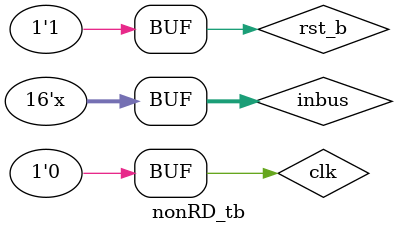
<source format=v>
module nonRD(
    input clk, rst_b, 
    input [15:0] inbus,
    output [15:0] outbus
);
    wire[15:0] reg_a, reg_m, reg_q;
    wire[16:0] adder_output;
    wire[2:0] cnt;
    wire reg_s;
    wire c0, c1, c2, c3, c4, c5, c6, c7, c8;

    control_unit inst7(.clk(clk),
                    .rst_b(rst_b),
                    .s(reg_s),
                    .is_count_7(cnt == 3'b111),
                    .c0(c0),
                    .c1(c1),
                    .c2(c2),
                    .c3(c3),
                    .c4(c4),
                    .c5(c5),
                    .c6(c6),
                    .c7(c7),
                    .c8(c8));

    reg_m inst0(.clk(clk),
            .rst_b(rst_b),
            .c2(c2),
            .inbus(inbus),
            .out(reg_m));

    reg_q inst1(.clk(clk),
            .rst_b(rst_b),
            .c1(c1),
            .c5(c5),
            .c6(c6),
            .c7(c7),
            .s(~s),
            .inbus(inbus[15:0]),
            .out(reg_q),
            .outbus(outbus));

    reg_a inst2(.clk(clk),
            .rst_b(rst_b),
            .c0(c0),
            .c3(c3),
            .c6(c6),
            .c8(c8),
            .q7(reg_q[7]),
            .inbus(inbus),
            .adder_input(adder_output[15:0]),
            .out(reg_a),
            .outbus(outbus));

    reg_s inst3(.clk(clk),
                .rst_b(rst_b),
                .adder_input(adder_output[16]),
                .a7(reg_a[15]),
                .c0(c0),
                .c3(c3),
                .c6(c6),
                .out(reg_s));

    counter inst4(.clk(clk),
                .rst_b(rst_b),
                .c0(c0),
                .c6(c6),
                .out(cnt));

    parallel_adder inst6(.cin(c4),
                         .a({reg_s, reg_a}),
                         .b({reg_m[15], reg_m} ^ {17{c4}}),
                         .out_add(adder_output));

endmodule

module nonRD_tb;
    reg clk, rst_b;
    reg [15:0] inbus;
    wire [15:0] outbus;

    nonRD dut(.clk(clk),
                 .rst_b(rst_b),
                 .inbus(inbus),
                 .outbus(outbus));
                     
    localparam CLOCK_CYCLES = 160, CLOCK_PERIOD = 100;
    localparam RST_PULSE = 25;

    initial begin 
        clk = 0;
        repeat(CLOCK_CYCLES * 2)
            #(CLOCK_PERIOD / 2) clk = ~clk;
    end

    initial begin 
        rst_b = 0;
        #(RST_PULSE) rst_b = 1;
    end

    initial begin 
          inbus = 16'b0; //prima jumatate deimpartit
          #(200)

          inbus = 16'b0000_0000_0001_0000; //a doua jumatate => deimpartit 
          #(200)
          inbus = 16'b0000_0000_0000_0010; //divisor 
          #(200)
 
          inbus = 16'bz;
          #(1200) 
          inbus = 16'bz;
    end
endmodule 
</source>
